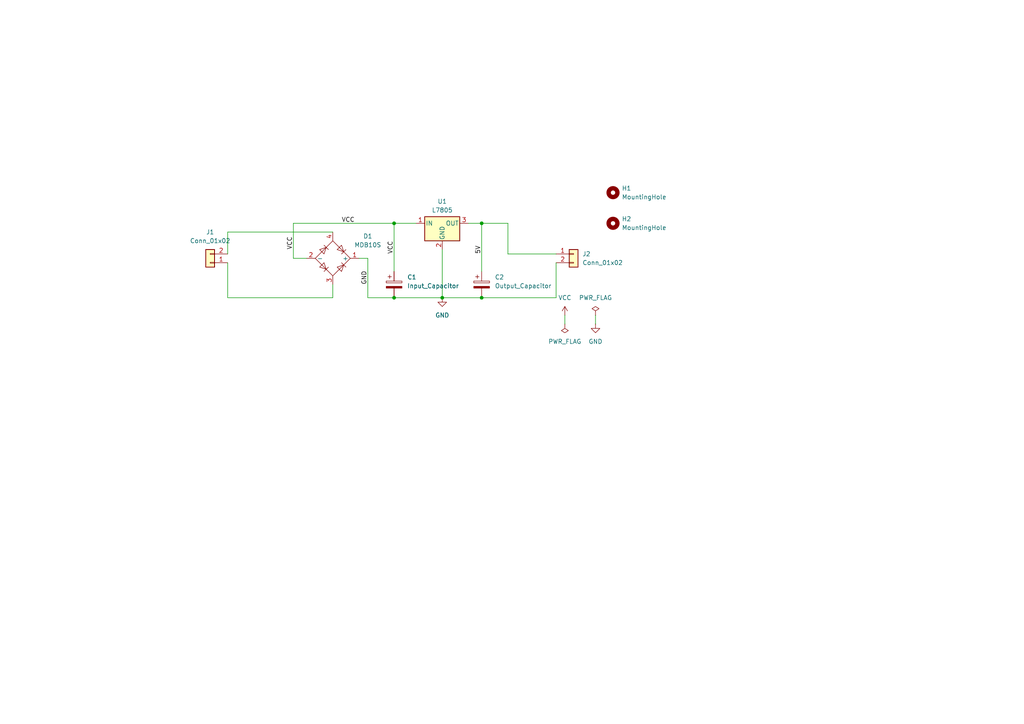
<source format=kicad_sch>
(kicad_sch
	(version 20250114)
	(generator "eeschema")
	(generator_version "9.0")
	(uuid "ba4a669c-bb0d-414a-b598-71d57d517d2c")
	(paper "A4")
	(lib_symbols
		(symbol "Connector_Generic:Conn_01x02"
			(pin_names
				(offset 1.016)
				(hide yes)
			)
			(exclude_from_sim no)
			(in_bom yes)
			(on_board yes)
			(property "Reference" "J"
				(at 0 2.54 0)
				(effects
					(font
						(size 1.27 1.27)
					)
				)
			)
			(property "Value" "Conn_01x02"
				(at 0 -5.08 0)
				(effects
					(font
						(size 1.27 1.27)
					)
				)
			)
			(property "Footprint" ""
				(at 0 0 0)
				(effects
					(font
						(size 1.27 1.27)
					)
					(hide yes)
				)
			)
			(property "Datasheet" "~"
				(at 0 0 0)
				(effects
					(font
						(size 1.27 1.27)
					)
					(hide yes)
				)
			)
			(property "Description" "Generic connector, single row, 01x02, script generated (kicad-library-utils/schlib/autogen/connector/)"
				(at 0 0 0)
				(effects
					(font
						(size 1.27 1.27)
					)
					(hide yes)
				)
			)
			(property "ki_keywords" "connector"
				(at 0 0 0)
				(effects
					(font
						(size 1.27 1.27)
					)
					(hide yes)
				)
			)
			(property "ki_fp_filters" "Connector*:*_1x??_*"
				(at 0 0 0)
				(effects
					(font
						(size 1.27 1.27)
					)
					(hide yes)
				)
			)
			(symbol "Conn_01x02_1_1"
				(rectangle
					(start -1.27 1.27)
					(end 1.27 -3.81)
					(stroke
						(width 0.254)
						(type default)
					)
					(fill
						(type background)
					)
				)
				(rectangle
					(start -1.27 0.127)
					(end 0 -0.127)
					(stroke
						(width 0.1524)
						(type default)
					)
					(fill
						(type none)
					)
				)
				(rectangle
					(start -1.27 -2.413)
					(end 0 -2.667)
					(stroke
						(width 0.1524)
						(type default)
					)
					(fill
						(type none)
					)
				)
				(pin passive line
					(at -5.08 0 0)
					(length 3.81)
					(name "Pin_1"
						(effects
							(font
								(size 1.27 1.27)
							)
						)
					)
					(number "1"
						(effects
							(font
								(size 1.27 1.27)
							)
						)
					)
				)
				(pin passive line
					(at -5.08 -2.54 0)
					(length 3.81)
					(name "Pin_2"
						(effects
							(font
								(size 1.27 1.27)
							)
						)
					)
					(number "2"
						(effects
							(font
								(size 1.27 1.27)
							)
						)
					)
				)
			)
			(embedded_fonts no)
		)
		(symbol "Device:C_Polarized"
			(pin_numbers
				(hide yes)
			)
			(pin_names
				(offset 0.254)
			)
			(exclude_from_sim no)
			(in_bom yes)
			(on_board yes)
			(property "Reference" "C"
				(at 0.635 2.54 0)
				(effects
					(font
						(size 1.27 1.27)
					)
					(justify left)
				)
			)
			(property "Value" "C_Polarized"
				(at 0.635 -2.54 0)
				(effects
					(font
						(size 1.27 1.27)
					)
					(justify left)
				)
			)
			(property "Footprint" ""
				(at 0.9652 -3.81 0)
				(effects
					(font
						(size 1.27 1.27)
					)
					(hide yes)
				)
			)
			(property "Datasheet" "~"
				(at 0 0 0)
				(effects
					(font
						(size 1.27 1.27)
					)
					(hide yes)
				)
			)
			(property "Description" "Polarized capacitor"
				(at 0 0 0)
				(effects
					(font
						(size 1.27 1.27)
					)
					(hide yes)
				)
			)
			(property "ki_keywords" "cap capacitor"
				(at 0 0 0)
				(effects
					(font
						(size 1.27 1.27)
					)
					(hide yes)
				)
			)
			(property "ki_fp_filters" "CP_*"
				(at 0 0 0)
				(effects
					(font
						(size 1.27 1.27)
					)
					(hide yes)
				)
			)
			(symbol "C_Polarized_0_1"
				(rectangle
					(start -2.286 0.508)
					(end 2.286 1.016)
					(stroke
						(width 0)
						(type default)
					)
					(fill
						(type none)
					)
				)
				(polyline
					(pts
						(xy -1.778 2.286) (xy -0.762 2.286)
					)
					(stroke
						(width 0)
						(type default)
					)
					(fill
						(type none)
					)
				)
				(polyline
					(pts
						(xy -1.27 2.794) (xy -1.27 1.778)
					)
					(stroke
						(width 0)
						(type default)
					)
					(fill
						(type none)
					)
				)
				(rectangle
					(start 2.286 -0.508)
					(end -2.286 -1.016)
					(stroke
						(width 0)
						(type default)
					)
					(fill
						(type outline)
					)
				)
			)
			(symbol "C_Polarized_1_1"
				(pin passive line
					(at 0 3.81 270)
					(length 2.794)
					(name "~"
						(effects
							(font
								(size 1.27 1.27)
							)
						)
					)
					(number "1"
						(effects
							(font
								(size 1.27 1.27)
							)
						)
					)
				)
				(pin passive line
					(at 0 -3.81 90)
					(length 2.794)
					(name "~"
						(effects
							(font
								(size 1.27 1.27)
							)
						)
					)
					(number "2"
						(effects
							(font
								(size 1.27 1.27)
							)
						)
					)
				)
			)
			(embedded_fonts no)
		)
		(symbol "Diode_Bridge:MDB10S"
			(exclude_from_sim no)
			(in_bom yes)
			(on_board yes)
			(property "Reference" "D"
				(at 3.81 6.35 0)
				(effects
					(font
						(size 1.27 1.27)
					)
				)
			)
			(property "Value" "MDB10S"
				(at 6.35 3.81 0)
				(effects
					(font
						(size 1.27 1.27)
					)
				)
			)
			(property "Footprint" "Package_SO:TSSOP-4_4.4x5mm_P4mm"
				(at 0 0 0)
				(effects
					(font
						(size 1.27 1.27)
					)
					(hide yes)
				)
			)
			(property "Datasheet" "https://www.onsemi.com/pub/Collateral/MDB8S-D.PDF"
				(at 0 0 0)
				(effects
					(font
						(size 1.27 1.27)
					)
					(hide yes)
				)
			)
			(property "Description" "Single-Phase Bridge Rectifier, 700V Vrms, 1A If, TSSOP-4"
				(at 0 0 0)
				(effects
					(font
						(size 1.27 1.27)
					)
					(hide yes)
				)
			)
			(property "ki_keywords" "bridge diode rectifier ac dc acdc ac-dc"
				(at 0 0 0)
				(effects
					(font
						(size 1.27 1.27)
					)
					(hide yes)
				)
			)
			(property "ki_fp_filters" "TSSOP*4.4x5mm*P4mm*"
				(at 0 0 0)
				(effects
					(font
						(size 1.27 1.27)
					)
					(hide yes)
				)
			)
			(symbol "MDB10S_1_1"
				(polyline
					(pts
						(xy -5.08 0) (xy 0 -5.08) (xy 5.08 0) (xy 0 5.08) (xy -5.08 0)
					)
					(stroke
						(width 0)
						(type default)
					)
					(fill
						(type none)
					)
				)
				(polyline
					(pts
						(xy -3.81 2.54) (xy -2.54 1.27) (xy -1.905 3.175) (xy -3.81 2.54)
					)
					(stroke
						(width 0)
						(type default)
					)
					(fill
						(type none)
					)
				)
				(polyline
					(pts
						(xy -2.54 3.81) (xy -1.27 2.54)
					)
					(stroke
						(width 0)
						(type default)
					)
					(fill
						(type none)
					)
				)
				(polyline
					(pts
						(xy -2.54 -1.27) (xy -3.81 -2.54) (xy -1.905 -3.175) (xy -2.54 -1.27)
					)
					(stroke
						(width 0)
						(type default)
					)
					(fill
						(type none)
					)
				)
				(polyline
					(pts
						(xy -1.27 -2.54) (xy -2.54 -3.81)
					)
					(stroke
						(width 0)
						(type default)
					)
					(fill
						(type none)
					)
				)
				(polyline
					(pts
						(xy 1.27 2.54) (xy 2.54 3.81) (xy 3.175 1.905) (xy 1.27 2.54)
					)
					(stroke
						(width 0)
						(type default)
					)
					(fill
						(type none)
					)
				)
				(polyline
					(pts
						(xy 2.54 1.27) (xy 3.81 2.54)
					)
					(stroke
						(width 0)
						(type default)
					)
					(fill
						(type none)
					)
				)
				(polyline
					(pts
						(xy 2.54 -1.27) (xy 3.81 -2.54)
					)
					(stroke
						(width 0)
						(type default)
					)
					(fill
						(type none)
					)
				)
				(polyline
					(pts
						(xy 3.175 -1.905) (xy 1.27 -2.54) (xy 2.54 -3.81) (xy 3.175 -1.905)
					)
					(stroke
						(width 0)
						(type default)
					)
					(fill
						(type none)
					)
				)
				(pin passive line
					(at -7.62 0 0)
					(length 2.54)
					(name "-"
						(effects
							(font
								(size 1.27 1.27)
							)
						)
					)
					(number "2"
						(effects
							(font
								(size 1.27 1.27)
							)
						)
					)
				)
				(pin passive line
					(at 0 7.62 270)
					(length 2.54)
					(name "~"
						(effects
							(font
								(size 1.27 1.27)
							)
						)
					)
					(number "4"
						(effects
							(font
								(size 1.27 1.27)
							)
						)
					)
				)
				(pin passive line
					(at 0 -7.62 90)
					(length 2.54)
					(name "~"
						(effects
							(font
								(size 1.27 1.27)
							)
						)
					)
					(number "3"
						(effects
							(font
								(size 1.27 1.27)
							)
						)
					)
				)
				(pin passive line
					(at 7.62 0 180)
					(length 2.54)
					(name "+"
						(effects
							(font
								(size 1.27 1.27)
							)
						)
					)
					(number "1"
						(effects
							(font
								(size 1.27 1.27)
							)
						)
					)
				)
			)
			(embedded_fonts no)
		)
		(symbol "Mechanical:MountingHole"
			(pin_names
				(offset 1.016)
			)
			(exclude_from_sim no)
			(in_bom no)
			(on_board yes)
			(property "Reference" "H"
				(at 0 5.08 0)
				(effects
					(font
						(size 1.27 1.27)
					)
				)
			)
			(property "Value" "MountingHole"
				(at 0 3.175 0)
				(effects
					(font
						(size 1.27 1.27)
					)
				)
			)
			(property "Footprint" ""
				(at 0 0 0)
				(effects
					(font
						(size 1.27 1.27)
					)
					(hide yes)
				)
			)
			(property "Datasheet" "~"
				(at 0 0 0)
				(effects
					(font
						(size 1.27 1.27)
					)
					(hide yes)
				)
			)
			(property "Description" "Mounting Hole without connection"
				(at 0 0 0)
				(effects
					(font
						(size 1.27 1.27)
					)
					(hide yes)
				)
			)
			(property "ki_keywords" "mounting hole"
				(at 0 0 0)
				(effects
					(font
						(size 1.27 1.27)
					)
					(hide yes)
				)
			)
			(property "ki_fp_filters" "MountingHole*"
				(at 0 0 0)
				(effects
					(font
						(size 1.27 1.27)
					)
					(hide yes)
				)
			)
			(symbol "MountingHole_0_1"
				(circle
					(center 0 0)
					(radius 1.27)
					(stroke
						(width 1.27)
						(type default)
					)
					(fill
						(type none)
					)
				)
			)
			(embedded_fonts no)
		)
		(symbol "Regulator_Linear:L7805"
			(pin_names
				(offset 0.254)
			)
			(exclude_from_sim no)
			(in_bom yes)
			(on_board yes)
			(property "Reference" "U"
				(at -3.81 3.175 0)
				(effects
					(font
						(size 1.27 1.27)
					)
				)
			)
			(property "Value" "L7805"
				(at 0 3.175 0)
				(effects
					(font
						(size 1.27 1.27)
					)
					(justify left)
				)
			)
			(property "Footprint" ""
				(at 0.635 -3.81 0)
				(effects
					(font
						(size 1.27 1.27)
						(italic yes)
					)
					(justify left)
					(hide yes)
				)
			)
			(property "Datasheet" "http://www.st.com/content/ccc/resource/technical/document/datasheet/41/4f/b3/b0/12/d4/47/88/CD00000444.pdf/files/CD00000444.pdf/jcr:content/translations/en.CD00000444.pdf"
				(at 0 -1.27 0)
				(effects
					(font
						(size 1.27 1.27)
					)
					(hide yes)
				)
			)
			(property "Description" "Positive 1.5A 35V Linear Regulator, Fixed Output 5V, TO-220/TO-263/TO-252"
				(at 0 0 0)
				(effects
					(font
						(size 1.27 1.27)
					)
					(hide yes)
				)
			)
			(property "ki_keywords" "Voltage Regulator 1.5A Positive"
				(at 0 0 0)
				(effects
					(font
						(size 1.27 1.27)
					)
					(hide yes)
				)
			)
			(property "ki_fp_filters" "TO?252* TO?263* TO?220*"
				(at 0 0 0)
				(effects
					(font
						(size 1.27 1.27)
					)
					(hide yes)
				)
			)
			(symbol "L7805_0_1"
				(rectangle
					(start -5.08 1.905)
					(end 5.08 -5.08)
					(stroke
						(width 0.254)
						(type default)
					)
					(fill
						(type background)
					)
				)
			)
			(symbol "L7805_1_1"
				(pin power_in line
					(at -7.62 0 0)
					(length 2.54)
					(name "IN"
						(effects
							(font
								(size 1.27 1.27)
							)
						)
					)
					(number "1"
						(effects
							(font
								(size 1.27 1.27)
							)
						)
					)
				)
				(pin power_in line
					(at 0 -7.62 90)
					(length 2.54)
					(name "GND"
						(effects
							(font
								(size 1.27 1.27)
							)
						)
					)
					(number "2"
						(effects
							(font
								(size 1.27 1.27)
							)
						)
					)
				)
				(pin power_out line
					(at 7.62 0 180)
					(length 2.54)
					(name "OUT"
						(effects
							(font
								(size 1.27 1.27)
							)
						)
					)
					(number "3"
						(effects
							(font
								(size 1.27 1.27)
							)
						)
					)
				)
			)
			(embedded_fonts no)
		)
		(symbol "power:GND"
			(power)
			(pin_numbers
				(hide yes)
			)
			(pin_names
				(offset 0)
				(hide yes)
			)
			(exclude_from_sim no)
			(in_bom yes)
			(on_board yes)
			(property "Reference" "#PWR"
				(at 0 -6.35 0)
				(effects
					(font
						(size 1.27 1.27)
					)
					(hide yes)
				)
			)
			(property "Value" "GND"
				(at 0 -3.81 0)
				(effects
					(font
						(size 1.27 1.27)
					)
				)
			)
			(property "Footprint" ""
				(at 0 0 0)
				(effects
					(font
						(size 1.27 1.27)
					)
					(hide yes)
				)
			)
			(property "Datasheet" ""
				(at 0 0 0)
				(effects
					(font
						(size 1.27 1.27)
					)
					(hide yes)
				)
			)
			(property "Description" "Power symbol creates a global label with name \"GND\" , ground"
				(at 0 0 0)
				(effects
					(font
						(size 1.27 1.27)
					)
					(hide yes)
				)
			)
			(property "ki_keywords" "global power"
				(at 0 0 0)
				(effects
					(font
						(size 1.27 1.27)
					)
					(hide yes)
				)
			)
			(symbol "GND_0_1"
				(polyline
					(pts
						(xy 0 0) (xy 0 -1.27) (xy 1.27 -1.27) (xy 0 -2.54) (xy -1.27 -1.27) (xy 0 -1.27)
					)
					(stroke
						(width 0)
						(type default)
					)
					(fill
						(type none)
					)
				)
			)
			(symbol "GND_1_1"
				(pin power_in line
					(at 0 0 270)
					(length 0)
					(name "~"
						(effects
							(font
								(size 1.27 1.27)
							)
						)
					)
					(number "1"
						(effects
							(font
								(size 1.27 1.27)
							)
						)
					)
				)
			)
			(embedded_fonts no)
		)
		(symbol "power:PWR_FLAG"
			(power)
			(pin_numbers
				(hide yes)
			)
			(pin_names
				(offset 0)
				(hide yes)
			)
			(exclude_from_sim no)
			(in_bom yes)
			(on_board yes)
			(property "Reference" "#FLG"
				(at 0 1.905 0)
				(effects
					(font
						(size 1.27 1.27)
					)
					(hide yes)
				)
			)
			(property "Value" "PWR_FLAG"
				(at 0 3.81 0)
				(effects
					(font
						(size 1.27 1.27)
					)
				)
			)
			(property "Footprint" ""
				(at 0 0 0)
				(effects
					(font
						(size 1.27 1.27)
					)
					(hide yes)
				)
			)
			(property "Datasheet" "~"
				(at 0 0 0)
				(effects
					(font
						(size 1.27 1.27)
					)
					(hide yes)
				)
			)
			(property "Description" "Special symbol for telling ERC where power comes from"
				(at 0 0 0)
				(effects
					(font
						(size 1.27 1.27)
					)
					(hide yes)
				)
			)
			(property "ki_keywords" "flag power"
				(at 0 0 0)
				(effects
					(font
						(size 1.27 1.27)
					)
					(hide yes)
				)
			)
			(symbol "PWR_FLAG_0_0"
				(pin power_out line
					(at 0 0 90)
					(length 0)
					(name "~"
						(effects
							(font
								(size 1.27 1.27)
							)
						)
					)
					(number "1"
						(effects
							(font
								(size 1.27 1.27)
							)
						)
					)
				)
			)
			(symbol "PWR_FLAG_0_1"
				(polyline
					(pts
						(xy 0 0) (xy 0 1.27) (xy -1.016 1.905) (xy 0 2.54) (xy 1.016 1.905) (xy 0 1.27)
					)
					(stroke
						(width 0)
						(type default)
					)
					(fill
						(type none)
					)
				)
			)
			(embedded_fonts no)
		)
		(symbol "power:VCC"
			(power)
			(pin_numbers
				(hide yes)
			)
			(pin_names
				(offset 0)
				(hide yes)
			)
			(exclude_from_sim no)
			(in_bom yes)
			(on_board yes)
			(property "Reference" "#PWR"
				(at 0 -3.81 0)
				(effects
					(font
						(size 1.27 1.27)
					)
					(hide yes)
				)
			)
			(property "Value" "VCC"
				(at 0 3.556 0)
				(effects
					(font
						(size 1.27 1.27)
					)
				)
			)
			(property "Footprint" ""
				(at 0 0 0)
				(effects
					(font
						(size 1.27 1.27)
					)
					(hide yes)
				)
			)
			(property "Datasheet" ""
				(at 0 0 0)
				(effects
					(font
						(size 1.27 1.27)
					)
					(hide yes)
				)
			)
			(property "Description" "Power symbol creates a global label with name \"VCC\""
				(at 0 0 0)
				(effects
					(font
						(size 1.27 1.27)
					)
					(hide yes)
				)
			)
			(property "ki_keywords" "global power"
				(at 0 0 0)
				(effects
					(font
						(size 1.27 1.27)
					)
					(hide yes)
				)
			)
			(symbol "VCC_0_1"
				(polyline
					(pts
						(xy -0.762 1.27) (xy 0 2.54)
					)
					(stroke
						(width 0)
						(type default)
					)
					(fill
						(type none)
					)
				)
				(polyline
					(pts
						(xy 0 2.54) (xy 0.762 1.27)
					)
					(stroke
						(width 0)
						(type default)
					)
					(fill
						(type none)
					)
				)
				(polyline
					(pts
						(xy 0 0) (xy 0 2.54)
					)
					(stroke
						(width 0)
						(type default)
					)
					(fill
						(type none)
					)
				)
			)
			(symbol "VCC_1_1"
				(pin power_in line
					(at 0 0 90)
					(length 0)
					(name "~"
						(effects
							(font
								(size 1.27 1.27)
							)
						)
					)
					(number "1"
						(effects
							(font
								(size 1.27 1.27)
							)
						)
					)
				)
			)
			(embedded_fonts no)
		)
	)
	(junction
		(at 128.27 86.36)
		(diameter 0)
		(color 0 0 0 0)
		(uuid "34dbc0d8-3b1b-41f0-a940-53b7791a08a6")
	)
	(junction
		(at 114.3 86.36)
		(diameter 0)
		(color 0 0 0 0)
		(uuid "3676edc4-623b-4489-9259-d241756059be")
	)
	(junction
		(at 114.3 64.77)
		(diameter 0)
		(color 0 0 0 0)
		(uuid "42b64922-f85a-4e42-b346-1ec71c9859fe")
	)
	(junction
		(at 139.7 86.36)
		(diameter 0)
		(color 0 0 0 0)
		(uuid "6a77d597-9c7c-460f-bcc3-edf1048cc2f4")
	)
	(junction
		(at 139.7 64.77)
		(diameter 0)
		(color 0 0 0 0)
		(uuid "9e7ba023-471e-483c-b5c1-bc709acbe151")
	)
	(wire
		(pts
			(xy 66.04 73.66) (xy 66.04 67.31)
		)
		(stroke
			(width 0)
			(type default)
		)
		(uuid "06a974a2-9f1f-45e7-b34f-d6c2493bc5ab")
	)
	(wire
		(pts
			(xy 96.52 82.55) (xy 96.52 86.36)
		)
		(stroke
			(width 0)
			(type default)
		)
		(uuid "0bf71862-d899-4e30-ade7-76a9959201f9")
	)
	(wire
		(pts
			(xy 128.27 72.39) (xy 128.27 86.36)
		)
		(stroke
			(width 0)
			(type default)
		)
		(uuid "0d52a5fd-ddfb-498c-8f98-dcf3f81570d1")
	)
	(wire
		(pts
			(xy 120.65 64.77) (xy 114.3 64.77)
		)
		(stroke
			(width 0)
			(type default)
		)
		(uuid "37aecdc2-ab1b-49cc-b271-04313a728adf")
	)
	(wire
		(pts
			(xy 106.68 86.36) (xy 114.3 86.36)
		)
		(stroke
			(width 0)
			(type default)
		)
		(uuid "3fe5cf53-26ed-40ae-9f36-272c2e36e2e4")
	)
	(wire
		(pts
			(xy 106.68 74.93) (xy 106.68 86.36)
		)
		(stroke
			(width 0)
			(type default)
		)
		(uuid "4db9d238-9ab3-42d0-aaff-43745bb2f78c")
	)
	(wire
		(pts
			(xy 85.09 64.77) (xy 114.3 64.77)
		)
		(stroke
			(width 0)
			(type default)
		)
		(uuid "51d9e142-1cbc-4307-8fd4-c3796e612585")
	)
	(wire
		(pts
			(xy 161.29 73.66) (xy 147.32 73.66)
		)
		(stroke
			(width 0)
			(type default)
		)
		(uuid "5b130e90-fe5b-43ef-9beb-4e4a66402957")
	)
	(wire
		(pts
			(xy 163.83 91.44) (xy 163.83 93.98)
		)
		(stroke
			(width 0)
			(type default)
		)
		(uuid "5be72f8c-8b7d-43ec-869f-ac9fd0cdace8")
	)
	(wire
		(pts
			(xy 96.52 86.36) (xy 66.04 86.36)
		)
		(stroke
			(width 0)
			(type default)
		)
		(uuid "64b0cae6-5e47-4f80-a74f-bf1422351b84")
	)
	(wire
		(pts
			(xy 161.29 86.36) (xy 139.7 86.36)
		)
		(stroke
			(width 0)
			(type default)
		)
		(uuid "69a5e8ee-a4f1-41cb-99e9-efed3394f618")
	)
	(wire
		(pts
			(xy 161.29 76.2) (xy 161.29 86.36)
		)
		(stroke
			(width 0)
			(type default)
		)
		(uuid "77db5fa2-89bf-49ab-a1e3-ab14cc3f3dcb")
	)
	(wire
		(pts
			(xy 114.3 86.36) (xy 128.27 86.36)
		)
		(stroke
			(width 0)
			(type default)
		)
		(uuid "7a741706-8586-450b-8f19-8541a9da649f")
	)
	(wire
		(pts
			(xy 147.32 73.66) (xy 147.32 64.77)
		)
		(stroke
			(width 0)
			(type default)
		)
		(uuid "7f004885-bca2-4852-9674-1a277193749b")
	)
	(wire
		(pts
			(xy 104.14 74.93) (xy 106.68 74.93)
		)
		(stroke
			(width 0)
			(type default)
		)
		(uuid "88eeba69-02ae-470b-9bc3-ea2e3349d893")
	)
	(wire
		(pts
			(xy 114.3 64.77) (xy 114.3 78.74)
		)
		(stroke
			(width 0)
			(type default)
		)
		(uuid "8e2b0888-62b9-4128-a8f8-c9cb115e72a6")
	)
	(wire
		(pts
			(xy 85.09 74.93) (xy 85.09 64.77)
		)
		(stroke
			(width 0)
			(type default)
		)
		(uuid "901af4f5-3f25-4eb1-b7c2-92ae87f28e22")
	)
	(wire
		(pts
			(xy 66.04 67.31) (xy 96.52 67.31)
		)
		(stroke
			(width 0)
			(type default)
		)
		(uuid "9798543e-8524-46ec-8286-b3ff6faddbf1")
	)
	(wire
		(pts
			(xy 147.32 64.77) (xy 139.7 64.77)
		)
		(stroke
			(width 0)
			(type default)
		)
		(uuid "9bef6424-8ef3-43fe-a3a9-adcb272c0b4e")
	)
	(wire
		(pts
			(xy 135.89 64.77) (xy 139.7 64.77)
		)
		(stroke
			(width 0)
			(type default)
		)
		(uuid "d091573e-111d-4b2c-abb7-fb7e4027edce")
	)
	(wire
		(pts
			(xy 88.9 74.93) (xy 85.09 74.93)
		)
		(stroke
			(width 0)
			(type default)
		)
		(uuid "d35ea83f-ecd0-4019-be5d-dbdb74a52cec")
	)
	(wire
		(pts
			(xy 66.04 76.2) (xy 66.04 86.36)
		)
		(stroke
			(width 0)
			(type default)
		)
		(uuid "dbb72af8-5409-4f72-95ad-a33a1466de54")
	)
	(wire
		(pts
			(xy 139.7 64.77) (xy 139.7 78.74)
		)
		(stroke
			(width 0)
			(type default)
		)
		(uuid "e49dc80f-0625-4113-ba1f-d6977a8f275a")
	)
	(wire
		(pts
			(xy 172.72 91.44) (xy 172.72 93.98)
		)
		(stroke
			(width 0)
			(type default)
		)
		(uuid "f298c6de-3abd-4596-92df-dbc94a29e1e6")
	)
	(wire
		(pts
			(xy 128.27 86.36) (xy 139.7 86.36)
		)
		(stroke
			(width 0)
			(type default)
		)
		(uuid "ff83bce9-fe54-4982-aebc-e39ac388ff78")
	)
	(label "VCC"
		(at 99.06 64.77 0)
		(effects
			(font
				(size 1.27 1.27)
			)
			(justify left bottom)
		)
		(uuid "5c4f0b0d-3879-471d-b49e-7a63eb89a3ee")
	)
	(label "GND"
		(at 106.68 82.55 90)
		(effects
			(font
				(size 1.27 1.27)
			)
			(justify left bottom)
		)
		(uuid "6682b61a-28fb-4cc8-a2a7-1caca00e1052")
	)
	(label "VCC"
		(at 114.3 73.66 90)
		(effects
			(font
				(size 1.27 1.27)
			)
			(justify left bottom)
		)
		(uuid "97d27138-a5e9-41a0-9b60-4636d9193dd1")
	)
	(label "5V"
		(at 139.7 73.66 90)
		(effects
			(font
				(size 1.27 1.27)
			)
			(justify left bottom)
		)
		(uuid "b1ae6a15-55f3-42ae-ae9f-082b8bac1c02")
	)
	(label "VCC"
		(at 85.09 72.39 90)
		(effects
			(font
				(size 1.27 1.27)
			)
			(justify left bottom)
		)
		(uuid "e50ee301-cea1-46d0-8d8d-01a930225a46")
	)
	(symbol
		(lib_id "Diode_Bridge:MDB10S")
		(at 96.52 74.93 0)
		(unit 1)
		(exclude_from_sim no)
		(in_bom yes)
		(on_board yes)
		(dnp no)
		(fields_autoplaced yes)
		(uuid "0c31b845-fb20-416d-8c50-03cc5594dbf6")
		(property "Reference" "D1"
			(at 106.68 68.5098 0)
			(effects
				(font
					(size 1.27 1.27)
				)
			)
		)
		(property "Value" "MDB10S"
			(at 106.68 71.0498 0)
			(effects
				(font
					(size 1.27 1.27)
				)
			)
		)
		(property "Footprint" "Package_SO:TSSOP-4_4.4x5mm_P4mm"
			(at 96.52 74.93 0)
			(effects
				(font
					(size 1.27 1.27)
				)
				(hide yes)
			)
		)
		(property "Datasheet" "https://www.onsemi.com/pub/Collateral/MDB8S-D.PDF"
			(at 96.52 74.93 0)
			(effects
				(font
					(size 1.27 1.27)
				)
				(hide yes)
			)
		)
		(property "Description" "Single-Phase Bridge Rectifier, 700V Vrms, 1A If, TSSOP-4"
			(at 96.52 74.93 0)
			(effects
				(font
					(size 1.27 1.27)
				)
				(hide yes)
			)
		)
		(pin "1"
			(uuid "dea9a34b-1b67-4d8b-86a8-7e1ce650d446")
		)
		(pin "2"
			(uuid "4ac06065-07bf-4b0d-8987-8c89de581e09")
		)
		(pin "3"
			(uuid "9e2308ef-b77c-4884-a142-f89e6445791a")
		)
		(pin "4"
			(uuid "c569e46b-5f1e-4bc2-bc75-735c6d1deb1d")
		)
		(instances
			(project ""
				(path "/ba4a669c-bb0d-414a-b598-71d57d517d2c"
					(reference "D1")
					(unit 1)
				)
			)
		)
	)
	(symbol
		(lib_id "power:VCC")
		(at 163.83 91.44 0)
		(unit 1)
		(exclude_from_sim no)
		(in_bom yes)
		(on_board yes)
		(dnp no)
		(fields_autoplaced yes)
		(uuid "4c3448c8-53f6-4401-9747-1c640ff02a83")
		(property "Reference" "#PWR02"
			(at 163.83 95.25 0)
			(effects
				(font
					(size 1.27 1.27)
				)
				(hide yes)
			)
		)
		(property "Value" "VCC"
			(at 163.83 86.36 0)
			(effects
				(font
					(size 1.27 1.27)
				)
			)
		)
		(property "Footprint" ""
			(at 163.83 91.44 0)
			(effects
				(font
					(size 1.27 1.27)
				)
				(hide yes)
			)
		)
		(property "Datasheet" ""
			(at 163.83 91.44 0)
			(effects
				(font
					(size 1.27 1.27)
				)
				(hide yes)
			)
		)
		(property "Description" "Power symbol creates a global label with name \"VCC\""
			(at 163.83 91.44 0)
			(effects
				(font
					(size 1.27 1.27)
				)
				(hide yes)
			)
		)
		(pin "1"
			(uuid "bb87def9-f57a-420c-a436-95a8f8039933")
		)
		(instances
			(project ""
				(path "/ba4a669c-bb0d-414a-b598-71d57d517d2c"
					(reference "#PWR02")
					(unit 1)
				)
			)
		)
	)
	(symbol
		(lib_id "Mechanical:MountingHole")
		(at 177.8 55.88 0)
		(unit 1)
		(exclude_from_sim no)
		(in_bom no)
		(on_board yes)
		(dnp no)
		(fields_autoplaced yes)
		(uuid "654e4b43-b9f0-40ff-82d1-f8b4d62a5d05")
		(property "Reference" "H1"
			(at 180.34 54.6099 0)
			(effects
				(font
					(size 1.27 1.27)
				)
				(justify left)
			)
		)
		(property "Value" "MountingHole"
			(at 180.34 57.1499 0)
			(effects
				(font
					(size 1.27 1.27)
				)
				(justify left)
			)
		)
		(property "Footprint" "MountingHole:MountingHole_2.2mm_M2_DIN965_Pad"
			(at 177.8 55.88 0)
			(effects
				(font
					(size 1.27 1.27)
				)
				(hide yes)
			)
		)
		(property "Datasheet" "~"
			(at 177.8 55.88 0)
			(effects
				(font
					(size 1.27 1.27)
				)
				(hide yes)
			)
		)
		(property "Description" "Mounting Hole without connection"
			(at 177.8 55.88 0)
			(effects
				(font
					(size 1.27 1.27)
				)
				(hide yes)
			)
		)
		(instances
			(project ""
				(path "/ba4a669c-bb0d-414a-b598-71d57d517d2c"
					(reference "H1")
					(unit 1)
				)
			)
		)
	)
	(symbol
		(lib_id "Regulator_Linear:L7805")
		(at 128.27 64.77 0)
		(unit 1)
		(exclude_from_sim no)
		(in_bom yes)
		(on_board yes)
		(dnp no)
		(fields_autoplaced yes)
		(uuid "6c041a39-04e5-41c0-86e3-f3b049830417")
		(property "Reference" "U1"
			(at 128.27 58.42 0)
			(effects
				(font
					(size 1.27 1.27)
				)
			)
		)
		(property "Value" "L7805"
			(at 128.27 60.96 0)
			(effects
				(font
					(size 1.27 1.27)
				)
			)
		)
		(property "Footprint" "Package_TO_SOT_THT:TO-220-3_Vertical"
			(at 128.905 68.58 0)
			(effects
				(font
					(size 1.27 1.27)
					(italic yes)
				)
				(justify left)
				(hide yes)
			)
		)
		(property "Datasheet" "http://www.st.com/content/ccc/resource/technical/document/datasheet/41/4f/b3/b0/12/d4/47/88/CD00000444.pdf/files/CD00000444.pdf/jcr:content/translations/en.CD00000444.pdf"
			(at 128.27 66.04 0)
			(effects
				(font
					(size 1.27 1.27)
				)
				(hide yes)
			)
		)
		(property "Description" "Positive 1.5A 35V Linear Regulator, Fixed Output 5V, TO-220/TO-263/TO-252"
			(at 128.27 64.77 0)
			(effects
				(font
					(size 1.27 1.27)
				)
				(hide yes)
			)
		)
		(pin "2"
			(uuid "d3cf06a1-724e-40d7-aa48-95dcf92ad94a")
		)
		(pin "3"
			(uuid "c0653f8f-3d08-4d30-b7b9-fb78d9fb023d")
		)
		(pin "1"
			(uuid "d9824181-f8a6-4048-9920-7d8b242a3a18")
		)
		(instances
			(project ""
				(path "/ba4a669c-bb0d-414a-b598-71d57d517d2c"
					(reference "U1")
					(unit 1)
				)
			)
		)
	)
	(symbol
		(lib_id "power:GND")
		(at 172.72 93.98 0)
		(unit 1)
		(exclude_from_sim no)
		(in_bom yes)
		(on_board yes)
		(dnp no)
		(fields_autoplaced yes)
		(uuid "6e0ccdb1-0238-41e4-a5d3-a0bdd8199d85")
		(property "Reference" "#PWR03"
			(at 172.72 100.33 0)
			(effects
				(font
					(size 1.27 1.27)
				)
				(hide yes)
			)
		)
		(property "Value" "GND"
			(at 172.72 99.06 0)
			(effects
				(font
					(size 1.27 1.27)
				)
			)
		)
		(property "Footprint" ""
			(at 172.72 93.98 0)
			(effects
				(font
					(size 1.27 1.27)
				)
				(hide yes)
			)
		)
		(property "Datasheet" ""
			(at 172.72 93.98 0)
			(effects
				(font
					(size 1.27 1.27)
				)
				(hide yes)
			)
		)
		(property "Description" "Power symbol creates a global label with name \"GND\" , ground"
			(at 172.72 93.98 0)
			(effects
				(font
					(size 1.27 1.27)
				)
				(hide yes)
			)
		)
		(pin "1"
			(uuid "bd7e9b5b-05ba-44da-ace6-56f7db521dc9")
		)
		(instances
			(project ""
				(path "/ba4a669c-bb0d-414a-b598-71d57d517d2c"
					(reference "#PWR03")
					(unit 1)
				)
			)
		)
	)
	(symbol
		(lib_id "Device:C_Polarized")
		(at 114.3 82.55 0)
		(unit 1)
		(exclude_from_sim no)
		(in_bom yes)
		(on_board yes)
		(dnp no)
		(fields_autoplaced yes)
		(uuid "94e431ab-551e-4d09-961d-8e171edb994e")
		(property "Reference" "C1"
			(at 118.11 80.3909 0)
			(effects
				(font
					(size 1.27 1.27)
				)
				(justify left)
			)
		)
		(property "Value" "Input_Capacitor"
			(at 118.11 82.9309 0)
			(effects
				(font
					(size 1.27 1.27)
				)
				(justify left)
			)
		)
		(property "Footprint" "Capacitor_THT:CP_Radial_D5.0mm_P2.00mm"
			(at 115.2652 86.36 0)
			(effects
				(font
					(size 1.27 1.27)
				)
				(hide yes)
			)
		)
		(property "Datasheet" "~"
			(at 114.3 82.55 0)
			(effects
				(font
					(size 1.27 1.27)
				)
				(hide yes)
			)
		)
		(property "Description" "Polarized capacitor"
			(at 114.3 82.55 0)
			(effects
				(font
					(size 1.27 1.27)
				)
				(hide yes)
			)
		)
		(pin "1"
			(uuid "a3ccc383-feb6-4733-9556-a20e1036d9f6")
		)
		(pin "2"
			(uuid "e29ef85d-cba7-46e2-b3fa-c418cd2717bb")
		)
		(instances
			(project ""
				(path "/ba4a669c-bb0d-414a-b598-71d57d517d2c"
					(reference "C1")
					(unit 1)
				)
			)
		)
	)
	(symbol
		(lib_id "power:PWR_FLAG")
		(at 163.83 93.98 180)
		(unit 1)
		(exclude_from_sim no)
		(in_bom yes)
		(on_board yes)
		(dnp no)
		(fields_autoplaced yes)
		(uuid "b4f891d5-4cf9-4b23-a2b5-9e3add0ef38f")
		(property "Reference" "#FLG02"
			(at 163.83 95.885 0)
			(effects
				(font
					(size 1.27 1.27)
				)
				(hide yes)
			)
		)
		(property "Value" "PWR_FLAG"
			(at 163.83 99.06 0)
			(effects
				(font
					(size 1.27 1.27)
				)
			)
		)
		(property "Footprint" ""
			(at 163.83 93.98 0)
			(effects
				(font
					(size 1.27 1.27)
				)
				(hide yes)
			)
		)
		(property "Datasheet" "~"
			(at 163.83 93.98 0)
			(effects
				(font
					(size 1.27 1.27)
				)
				(hide yes)
			)
		)
		(property "Description" "Special symbol for telling ERC where power comes from"
			(at 163.83 93.98 0)
			(effects
				(font
					(size 1.27 1.27)
				)
				(hide yes)
			)
		)
		(pin "1"
			(uuid "ee527acc-323a-4a91-96a1-8bed9d35cddc")
		)
		(instances
			(project ""
				(path "/ba4a669c-bb0d-414a-b598-71d57d517d2c"
					(reference "#FLG02")
					(unit 1)
				)
			)
		)
	)
	(symbol
		(lib_id "Mechanical:MountingHole")
		(at 177.8 64.77 0)
		(unit 1)
		(exclude_from_sim no)
		(in_bom no)
		(on_board yes)
		(dnp no)
		(fields_autoplaced yes)
		(uuid "bd220342-fa26-42ee-94a8-1297e3f4a597")
		(property "Reference" "H2"
			(at 180.34 63.4999 0)
			(effects
				(font
					(size 1.27 1.27)
				)
				(justify left)
			)
		)
		(property "Value" "MountingHole"
			(at 180.34 66.0399 0)
			(effects
				(font
					(size 1.27 1.27)
				)
				(justify left)
			)
		)
		(property "Footprint" "MountingHole:MountingHole_2.2mm_M2_DIN965_Pad"
			(at 177.8 64.77 0)
			(effects
				(font
					(size 1.27 1.27)
				)
				(hide yes)
			)
		)
		(property "Datasheet" "~"
			(at 177.8 64.77 0)
			(effects
				(font
					(size 1.27 1.27)
				)
				(hide yes)
			)
		)
		(property "Description" "Mounting Hole without connection"
			(at 177.8 64.77 0)
			(effects
				(font
					(size 1.27 1.27)
				)
				(hide yes)
			)
		)
		(instances
			(project ""
				(path "/ba4a669c-bb0d-414a-b598-71d57d517d2c"
					(reference "H2")
					(unit 1)
				)
			)
		)
	)
	(symbol
		(lib_id "power:PWR_FLAG")
		(at 172.72 91.44 0)
		(unit 1)
		(exclude_from_sim no)
		(in_bom yes)
		(on_board yes)
		(dnp no)
		(fields_autoplaced yes)
		(uuid "bdac9630-7d9e-47b1-9f0d-2edea6013bdf")
		(property "Reference" "#FLG01"
			(at 172.72 89.535 0)
			(effects
				(font
					(size 1.27 1.27)
				)
				(hide yes)
			)
		)
		(property "Value" "PWR_FLAG"
			(at 172.72 86.36 0)
			(effects
				(font
					(size 1.27 1.27)
				)
			)
		)
		(property "Footprint" ""
			(at 172.72 91.44 0)
			(effects
				(font
					(size 1.27 1.27)
				)
				(hide yes)
			)
		)
		(property "Datasheet" "~"
			(at 172.72 91.44 0)
			(effects
				(font
					(size 1.27 1.27)
				)
				(hide yes)
			)
		)
		(property "Description" "Special symbol for telling ERC where power comes from"
			(at 172.72 91.44 0)
			(effects
				(font
					(size 1.27 1.27)
				)
				(hide yes)
			)
		)
		(pin "1"
			(uuid "9de6f25a-4baf-43c5-bbe4-2ad965110387")
		)
		(instances
			(project ""
				(path "/ba4a669c-bb0d-414a-b598-71d57d517d2c"
					(reference "#FLG01")
					(unit 1)
				)
			)
		)
	)
	(symbol
		(lib_id "Device:C_Polarized")
		(at 139.7 82.55 0)
		(unit 1)
		(exclude_from_sim no)
		(in_bom yes)
		(on_board yes)
		(dnp no)
		(fields_autoplaced yes)
		(uuid "da6b9187-52ee-4230-9706-9217d196c205")
		(property "Reference" "C2"
			(at 143.51 80.3909 0)
			(effects
				(font
					(size 1.27 1.27)
				)
				(justify left)
			)
		)
		(property "Value" "Output_Capacitor"
			(at 143.51 82.9309 0)
			(effects
				(font
					(size 1.27 1.27)
				)
				(justify left)
			)
		)
		(property "Footprint" "Capacitor_THT:CP_Radial_D5.0mm_P2.00mm"
			(at 140.6652 86.36 0)
			(effects
				(font
					(size 1.27 1.27)
				)
				(hide yes)
			)
		)
		(property "Datasheet" "~"
			(at 139.7 82.55 0)
			(effects
				(font
					(size 1.27 1.27)
				)
				(hide yes)
			)
		)
		(property "Description" "Polarized capacitor"
			(at 139.7 82.55 0)
			(effects
				(font
					(size 1.27 1.27)
				)
				(hide yes)
			)
		)
		(pin "2"
			(uuid "6df320d9-6e0c-4d51-9cf7-507d918423f1")
		)
		(pin "1"
			(uuid "521ec608-5e14-413e-b8f6-90a1b8069c75")
		)
		(instances
			(project ""
				(path "/ba4a669c-bb0d-414a-b598-71d57d517d2c"
					(reference "C2")
					(unit 1)
				)
			)
		)
	)
	(symbol
		(lib_id "power:GND")
		(at 128.27 86.36 0)
		(unit 1)
		(exclude_from_sim no)
		(in_bom yes)
		(on_board yes)
		(dnp no)
		(fields_autoplaced yes)
		(uuid "ef2d3244-fda0-4fa6-9e3a-8439bf33f4ce")
		(property "Reference" "#PWR01"
			(at 128.27 92.71 0)
			(effects
				(font
					(size 1.27 1.27)
				)
				(hide yes)
			)
		)
		(property "Value" "GND"
			(at 128.27 91.44 0)
			(effects
				(font
					(size 1.27 1.27)
				)
			)
		)
		(property "Footprint" ""
			(at 128.27 86.36 0)
			(effects
				(font
					(size 1.27 1.27)
				)
				(hide yes)
			)
		)
		(property "Datasheet" ""
			(at 128.27 86.36 0)
			(effects
				(font
					(size 1.27 1.27)
				)
				(hide yes)
			)
		)
		(property "Description" "Power symbol creates a global label with name \"GND\" , ground"
			(at 128.27 86.36 0)
			(effects
				(font
					(size 1.27 1.27)
				)
				(hide yes)
			)
		)
		(pin "1"
			(uuid "456ff7a6-5837-441f-b97c-f75ad8dee6d8")
		)
		(instances
			(project ""
				(path "/ba4a669c-bb0d-414a-b598-71d57d517d2c"
					(reference "#PWR01")
					(unit 1)
				)
			)
		)
	)
	(symbol
		(lib_id "Connector_Generic:Conn_01x02")
		(at 60.96 76.2 180)
		(unit 1)
		(exclude_from_sim no)
		(in_bom yes)
		(on_board yes)
		(dnp no)
		(fields_autoplaced yes)
		(uuid "f365be1c-19f2-4da4-9715-a9a70c49c688")
		(property "Reference" "J1"
			(at 60.96 67.31 0)
			(effects
				(font
					(size 1.27 1.27)
				)
			)
		)
		(property "Value" "Conn_01x02"
			(at 60.96 69.85 0)
			(effects
				(font
					(size 1.27 1.27)
				)
			)
		)
		(property "Footprint" "TerminalBlock_Phoenix:TerminalBlock_Phoenix_MKDS-1,5-2_1x02_P5.00mm_Horizontal"
			(at 60.96 76.2 0)
			(effects
				(font
					(size 1.27 1.27)
				)
				(hide yes)
			)
		)
		(property "Datasheet" "~"
			(at 60.96 76.2 0)
			(effects
				(font
					(size 1.27 1.27)
				)
				(hide yes)
			)
		)
		(property "Description" "Generic connector, single row, 01x02, script generated (kicad-library-utils/schlib/autogen/connector/)"
			(at 60.96 76.2 0)
			(effects
				(font
					(size 1.27 1.27)
				)
				(hide yes)
			)
		)
		(pin "1"
			(uuid "60f405e3-29ca-4575-94eb-ed1b99a02624")
		)
		(pin "2"
			(uuid "217c91b7-3274-435d-8c54-f1c892a4a0d6")
		)
		(instances
			(project ""
				(path "/ba4a669c-bb0d-414a-b598-71d57d517d2c"
					(reference "J1")
					(unit 1)
				)
			)
		)
	)
	(symbol
		(lib_id "Connector_Generic:Conn_01x02")
		(at 166.37 73.66 0)
		(unit 1)
		(exclude_from_sim no)
		(in_bom yes)
		(on_board yes)
		(dnp no)
		(fields_autoplaced yes)
		(uuid "fa9a3315-55bf-415e-a950-1277be3fea1f")
		(property "Reference" "J2"
			(at 168.91 73.6599 0)
			(effects
				(font
					(size 1.27 1.27)
				)
				(justify left)
			)
		)
		(property "Value" "Conn_01x02"
			(at 168.91 76.1999 0)
			(effects
				(font
					(size 1.27 1.27)
				)
				(justify left)
			)
		)
		(property "Footprint" "TerminalBlock_Phoenix:TerminalBlock_Phoenix_MKDS-1,5-2_1x02_P5.00mm_Horizontal"
			(at 166.37 73.66 0)
			(effects
				(font
					(size 1.27 1.27)
				)
				(hide yes)
			)
		)
		(property "Datasheet" "~"
			(at 166.37 73.66 0)
			(effects
				(font
					(size 1.27 1.27)
				)
				(hide yes)
			)
		)
		(property "Description" "Generic connector, single row, 01x02, script generated (kicad-library-utils/schlib/autogen/connector/)"
			(at 166.37 73.66 0)
			(effects
				(font
					(size 1.27 1.27)
				)
				(hide yes)
			)
		)
		(pin "1"
			(uuid "242b2c82-640a-4a5a-8d6d-d49711755c5b")
		)
		(pin "2"
			(uuid "8a77a525-a227-42b2-a02a-60da4c795c20")
		)
		(instances
			(project ""
				(path "/ba4a669c-bb0d-414a-b598-71d57d517d2c"
					(reference "J2")
					(unit 1)
				)
			)
		)
	)
	(sheet_instances
		(path "/"
			(page "1")
		)
	)
	(embedded_fonts no)
)

</source>
